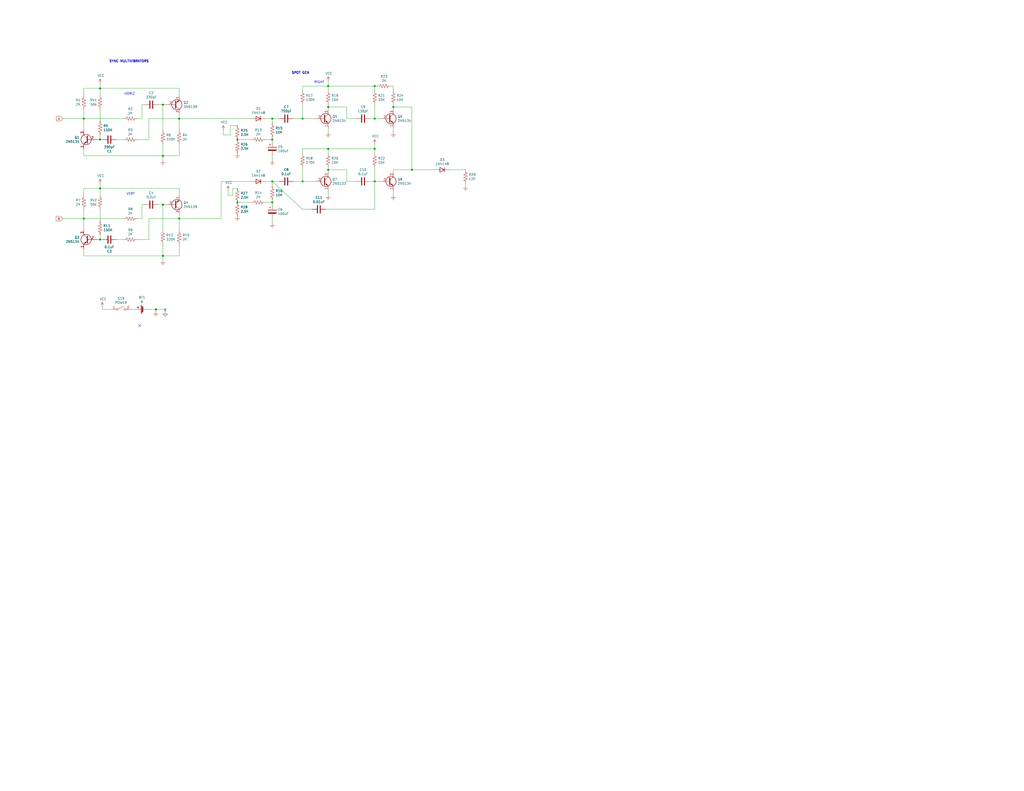
<source format=kicad_sch>
(kicad_sch (version 20211123) (generator eeschema)
  (paper "C")
  (title_block (title "Brown Box - Baer Board") (rev "A") (company "Original by Ralph Baer / Sanders Associates") (comment 1 "Redrawn by Frank Palazzolo"))
  (lib_symbols
    (symbol "Device:Battery_Cell" (pin_numbers hide) (pin_names (offset 0) hide)
      (property "Reference" "BT" (at 2.54 2.54 0))
      (property "Value" "Battery_Cell" (at 2.54 0 0))
      (symbol "Battery_Cell_0_1"
        (rectangle (start -2.286 1.778) (end 2.286 1.524) (fill (type outline)))
        (rectangle (start -1.5748 1.1938) (end 1.4732 0.6858) (fill (type outline)))
        (polyline (pts (xy 0 0.762) (xy 0 0)))
        (polyline (pts (xy 0 1.778) (xy 0 2.54)))
        (polyline (pts (xy 0.508 3.429) (xy 1.524 3.429)) (stroke (width 0.254)))
        (polyline (pts (xy 1.016 3.937) (xy 1.016 2.921)) (stroke (width 0.254)))
      )
      (symbol "Battery_Cell_1_1"
        (pin passive line (at 0 5.08 270) (length 2.54) (name "+") (number "1"))
        (pin passive line (at 0 -2.54 90) (length 2.54) (name "-") (number "2"))
      )
    )
    (symbol "Device:C" (pin_numbers hide) (pin_names (offset 0.254))
      (property "Reference" "C" (at 0.635 2.54 0))
      (property "Value" "C" (at 0.635 -2.54 0))
      (symbol "C_0_1"
        (polyline (pts (xy -2.032 -0.762) (xy 2.032 -0.762)) (stroke (width 0.508)))
        (polyline (pts (xy -2.032 0.762) (xy 2.032 0.762)) (stroke (width 0.508)))
      )
      (symbol "C_1_1"
        (pin passive line (at 0 3.81 270) (length 2.794) (name "~") (number "1"))
        (pin passive line (at 0 -3.81 90) (length 2.794) (name "~") (number "2"))
      )
    )
    (symbol "Device:CP" (pin_numbers hide) (pin_names (offset 0.254))
      (property "Reference" "C" (at 0.635 2.54 0))
      (property "Value" "Device_CP" (at 0.635 -2.54 0))
      (symbol "CP_0_1"
        (rectangle (start -2.286 0.508) (end 2.286 1.016))
        (polyline (pts (xy -1.778 2.286) (xy -0.762 2.286)))
        (polyline (pts (xy -1.27 2.794) (xy -1.27 1.778)))
        (rectangle (start 2.286 -0.508) (end -2.286 -1.016) (fill (type outline)))
      )
      (symbol "CP_1_1"
        (pin passive line (at 0 3.81 270) (length 2.794) (name "~") (number "1"))
        (pin passive line (at 0 -3.81 90) (length 2.794) (name "~") (number "2"))
      )
    )
    (symbol "Device:R_US" (pin_numbers hide) (pin_names (offset 0))
      (property "Reference" "R" (at 2.54 0 90))
      (property "Value" "R_US" (at -2.54 0 90))
      (symbol "R_US_0_1"
        (polyline (pts (xy 0 -2.286) (xy 0 -2.54)))
        (polyline (pts (xy 0 2.286) (xy 0 2.54)))
        (polyline (pts (xy 0 -0.762) (xy 1.016 -1.143) (xy 0 -1.524) (xy -1.016 -1.905) (xy 0 -2.286)))
        (polyline (pts (xy 0 0.762) (xy 1.016 0.381) (xy 0 0) (xy -1.016 -0.381) (xy 0 -0.762)))
        (polyline (pts (xy 0 2.286) (xy 1.016 1.905) (xy 0 1.524) (xy -1.016 1.143) (xy 0 0.762)))
      )
      (symbol "R_US_1_1"
        (pin passive line (at 0 3.81 270) (length 1.27) (name "~") (number "1"))
        (pin passive line (at 0 -3.81 90) (length 1.27) (name "~") (number "2"))
      )
    )
    (symbol "Diode:1N4148" (pin_numbers hide) (pin_names (offset 1.016) hide)
      (property "Reference" "D" (at 0 2.54 0))
      (property "Value" "1N4148" (at 0 -2.54 0))
      (symbol "1N4148_0_1"
        (polyline (pts (xy -1.27 1.27) (xy -1.27 -1.27)) (stroke (width 0.254)))
        (polyline (pts (xy 1.27 0) (xy -1.27 0)))
        (polyline (pts (xy 1.27 1.27) (xy 1.27 -1.27) (xy -1.27 0) (xy 1.27 1.27)) (stroke (width 0.254)))
      )
      (symbol "1N4148_1_1"
        (pin passive line (at -3.81 0 0) (length 2.54) (name "K") (number "1"))
        (pin passive line (at 3.81 0 180) (length 2.54) (name "A") (number "2"))
      )
    )
    (symbol "Switch:SW_SPST" (pin_names (offset 0) hide)
      (property "Reference" "SW" (at 0 3.175 0))
      (property "Value" "SW_SPST" (at 0 -2.54 0))
      (symbol "SW_SPST_0_0"
        (circle (center -2.032 0) (radius 0.508))
        (polyline (pts (xy -1.524 0.254) (xy 1.524 1.778)))
        (circle (center 2.032 0) (radius 0.508))
      )
      (symbol "SW_SPST_1_1"
        (pin passive line (at -5.08 0 0) (length 2.54) (name "A") (number "1"))
        (pin passive line (at 5.08 0 180) (length 2.54) (name "B") (number "2"))
      )
    )
    (symbol "Transistor_BJT:2N5133" (pin_names (offset 0) hide)
      (property "Reference" "Q" (at 5.08 1.905 0))
      (property "Value" "2N5133" (at 5.08 0 0))
      (symbol "2N5133_0_1"
        (polyline (pts (xy 0.635 0.635) (xy 2.54 2.54)))
        (polyline (pts (xy 0.635 -0.635) (xy 2.54 -2.54) (xy 2.54 -2.54)))
        (polyline (pts (xy 0.635 1.905) (xy 0.635 -1.905) (xy 0.635 -1.905)) (stroke (width 0.508)))
        (polyline (pts (xy 1.27 -1.778) (xy 1.778 -1.27) (xy 2.286 -2.286) (xy 1.27 -1.778) (xy 1.27 -1.778)) (fill (type outline)))
        (circle (center 1.27 0) (radius 2.8194) (stroke (width 0.254)))
      )
      (symbol "2N5133_1_1"
        (pin passive line (at 2.54 -5.08 90) (length 2.54) (name "E") (number "1"))
        (pin passive line (at -5.08 0 0) (length 5.715) (name "B") (number "2"))
        (pin passive line (at 2.54 5.08 270) (length 2.54) (name "C") (number "3"))
      )
    )
    (symbol "Transistor_BJT:2N5134" (pin_names (offset 0) hide)
      (property "Reference" "Q" (at 5.08 1.905 0))
      (property "Value" "2N5134" (at 5.08 0 0))
      (symbol "2N5134_0_1"
        (polyline (pts (xy 0.635 0.635) (xy 2.54 2.54)))
        (polyline (pts (xy 0.635 -0.635) (xy 2.54 -2.54) (xy 2.54 -2.54)))
        (polyline (pts (xy 0.635 1.905) (xy 0.635 -1.905) (xy 0.635 -1.905)) (stroke (width 0.508)))
        (polyline (pts (xy 1.27 -1.778) (xy 1.778 -1.27) (xy 2.286 -2.286) (xy 1.27 -1.778) (xy 1.27 -1.778)) (fill (type outline)))
        (circle (center 1.27 0) (radius 2.8194) (stroke (width 0.254)))
      )
      (symbol "2N5134_1_1"
        (pin passive line (at 2.54 -5.08 90) (length 2.54) (name "E") (number "1"))
        (pin passive line (at -5.08 0 0) (length 5.715) (name "B") (number "2"))
        (pin passive line (at 2.54 5.08 270) (length 2.54) (name "C") (number "3"))
      )
    )
    (symbol "Transistor_BJT:2N5139" (pin_names (offset 0) hide)
      (property "Reference" "Q" (at 5.08 1.905 0))
      (property "Value" "2N5139" (at 5.08 0 0))
      (symbol "2N5139_0_1"
        (polyline (pts (xy 0.635 0.635) (xy 2.54 2.54)))
        (polyline (pts (xy 0.635 -0.635) (xy 2.54 -2.54) (xy 2.54 -2.54)))
        (polyline (pts (xy 0.635 1.905) (xy 0.635 -1.905) (xy 0.635 -1.905)) (stroke (width 0.508)))
        (polyline (pts (xy 2.286 -1.778) (xy 1.778 -2.286) (xy 1.27 -1.27) (xy 2.286 -1.778) (xy 2.286 -1.778)) (fill (type outline)))
        (circle (center 1.27 0) (radius 2.8194) (stroke (width 0.254)))
      )
      (symbol "2N5139_1_1"
        (pin passive line (at 2.54 -5.08 90) (length 2.54) (name "E") (number "1"))
        (pin input line (at -5.08 0 0) (length 5.715) (name "B") (number "2"))
        (pin passive line (at 2.54 5.08 270) (length 2.54) (name "C") (number "3"))
      )
    )
    (symbol "power:GND_US" (power) (pin_names (offset 0))
      (symbol "GND_US_0_1"
        (polyline (pts (xy -0.635 -1.905) (xy 0.635 -1.905)))
        (polyline (pts (xy -0.127 -2.54) (xy 0.127 -2.54)))
        (polyline (pts (xy 0 -1.27) (xy 0 0)))
        (polyline (pts (xy 1.27 -1.27) (xy -1.27 -1.27)))
      )
      (symbol "GND_US_1_1"
        (pin power_in line (at 0 0 270) (length 0) hide (name "GNDREF") (number "1"))
      )
    )
    (symbol "power:VCC" (power) (pin_names (offset 0))
      (property "Value" "VCC" (at 0 3.81 0))
      (symbol "VCC_0_1"
        (polyline (pts (xy -0.762 1.27) (xy 0 2.54)))
        (polyline (pts (xy 0 0) (xy 0 2.54)))
        (polyline (pts (xy 0 2.54) (xy 0.762 1.27)))
      )
      (symbol "VCC_1_1"
        (pin power_in line (at 0 0 90) (length 0) hide (name "VCC") (number "1"))
      )
    )
    (symbol "pspice:0" (power) (pin_names (offset 0))
      (property "Value" "0" (at 0 -1.778 0))
      (symbol "0_0_1"
        (polyline (pts (xy -1.27 0) (xy 0 -1.27) (xy 1.27 0) (xy -1.27 0)))
      )
      (symbol "0_1_1"
        (pin power_in line (at 0 0 0) (length 0) hide (name "0") (number "1"))
      )
    )
  )
  (junction (at 148.59 76.2))
  (junction (at 179.07 81.28))
  (junction (at 204.47 99.06))
  (junction (at 54.61 48.26))
  (junction (at 88.9 85.09))
  (junction (at 97.79 119.38))
  (junction (at 204.47 64.77))
  (junction (at 148.59 64.77))
  (junction (at 165.1 99.06))
  (junction (at 165.1 64.77))
  (junction (at 129.54 110.49))
  (junction (at 88.9 111.76))
  (junction (at 54.61 102.87))
  (junction (at 148.59 110.49))
  (junction (at 45.72 119.38))
  (junction (at 54.61 130.81))
  (junction (at 88.9 139.7))
  (junction (at 85.09 168.91))
  (junction (at 179.07 92.71))
  (junction (at 179.07 58.42))
  (junction (at 97.79 64.77))
  (junction (at 129.54 76.2))
  (junction (at 179.07 46.99))
  (junction (at 204.47 81.28))
  (junction (at 45.72 64.77))
  (junction (at 224.79 92.71))
  (junction (at 88.9 57.15))
  (junction (at 54.61 76.2))
  (junction (at 214.63 58.42))
  (junction (at 148.59 99.06))
  (junction (at 204.47 46.99))
  (no_connect (at 76.2 177.8))
  (wire (pts (xy 144.78 64.77) (xy 148.59 64.77)))
  (wire (pts (xy 214.63 46.99) (xy 214.63 49.53)))
  (wire (pts (xy 73.66 168.91) (xy 71.12 168.91)))
  (wire (pts (xy 54.61 48.26) (xy 45.72 48.26)))
  (wire (pts (xy 124.46 106.68) (xy 127 106.68)))
  (wire (pts (xy 81.28 168.91) (xy 85.09 168.91)))
  (wire (pts (xy 165.1 49.53) (xy 165.1 46.99)))
  (wire (pts (xy 88.9 125.73) (xy 88.9 111.76)))
  (wire (pts (xy 81.28 119.38) (xy 81.28 130.81)))
  (wire (pts (xy 204.47 57.15) (xy 204.47 64.77)))
  (wire (pts (xy 55.88 167.64) (xy 55.88 168.91)))
  (wire (pts (xy 45.72 139.7) (xy 88.9 139.7)))
  (wire (pts (xy 171.45 99.06) (xy 165.1 99.06)))
  (wire (pts (xy 54.61 102.87) (xy 45.72 102.87)))
  (wire (pts (xy 179.07 69.85) (xy 179.07 72.39)))
  (wire (pts (xy 45.72 64.77) (xy 34.29 64.77)))
  (wire (pts (xy 97.79 133.35) (xy 97.79 139.7)))
  (wire (pts (xy 148.59 64.77) (xy 152.4 64.77)))
  (wire (pts (xy 125.73 73.66) (xy 125.73 68.58)))
  (wire (pts (xy 45.72 81.28) (xy 45.72 85.09)))
  (wire (pts (xy 204.47 99.06) (xy 201.93 99.06)))
  (wire (pts (xy 77.47 119.38) (xy 77.47 111.76)))
  (wire (pts (xy 77.47 64.77) (xy 77.47 57.15)))
  (wire (pts (xy 45.72 48.26) (xy 45.72 52.07)))
  (wire (pts (xy 224.79 58.42) (xy 224.79 92.71)))
  (wire (pts (xy 160.02 64.77) (xy 165.1 64.77)))
  (wire (pts (xy 137.16 64.77) (xy 97.79 64.77)))
  (wire (pts (xy 179.07 91.44) (xy 179.07 92.71)))
  (wire (pts (xy 54.61 59.69) (xy 54.61 66.04)))
  (wire (pts (xy 245.11 92.71) (xy 254 92.71)))
  (wire (pts (xy 74.93 64.77) (xy 77.47 64.77)))
  (wire (pts (xy 204.47 46.99) (xy 205.74 46.99)))
  (wire (pts (xy 55.88 168.91) (xy 60.96 168.91)))
  (wire (pts (xy 97.79 139.7) (xy 88.9 139.7)))
  (wire (pts (xy 54.61 48.26) (xy 97.79 48.26)))
  (wire (pts (xy 179.07 57.15) (xy 179.07 58.42)))
  (wire (pts (xy 189.23 64.77) (xy 189.23 58.42)))
  (wire (pts (xy 45.72 119.38) (xy 34.29 119.38)))
  (wire (pts (xy 55.88 130.81) (xy 54.61 130.81)))
  (wire (pts (xy 88.9 71.12) (xy 88.9 57.15)))
  (wire (pts (xy 54.61 73.66) (xy 54.61 76.2)))
  (wire (pts (xy 67.31 130.81) (xy 63.5 130.81)))
  (wire (pts (xy 224.79 92.71) (xy 237.49 92.71)))
  (wire (pts (xy 88.9 133.35) (xy 88.9 139.7)))
  (wire (pts (xy 86.36 57.15) (xy 88.9 57.15)))
  (wire (pts (xy 214.63 58.42) (xy 214.63 59.69)))
  (wire (pts (xy 204.47 99.06) (xy 204.47 91.44)))
  (wire (pts (xy 129.54 76.2) (xy 137.16 76.2)))
  (wire (pts (xy 54.61 114.3) (xy 54.61 120.65)))
  (wire (pts (xy 121.92 71.12) (xy 121.92 73.66)))
  (wire (pts (xy 97.79 106.68) (xy 97.79 102.87)))
  (wire (pts (xy 90.17 168.91) (xy 85.09 168.91)))
  (wire (pts (xy 204.47 114.3) (xy 204.47 99.06)))
  (wire (pts (xy 45.72 64.77) (xy 45.72 59.69)))
  (wire (pts (xy 77.47 111.76) (xy 78.74 111.76)))
  (wire (pts (xy 67.31 119.38) (xy 45.72 119.38)))
  (wire (pts (xy 97.79 78.74) (xy 97.79 85.09)))
  (wire (pts (xy 86.36 111.76) (xy 88.9 111.76)))
  (wire (pts (xy 179.07 44.45) (xy 179.07 46.99)))
  (wire (pts (xy 214.63 92.71) (xy 214.63 93.98)))
  (wire (pts (xy 148.59 101.6) (xy 148.59 99.06)))
  (wire (pts (xy 97.79 85.09) (xy 88.9 85.09)))
  (wire (pts (xy 152.4 99.06) (xy 148.59 99.06)))
  (wire (pts (xy 204.47 49.53) (xy 204.47 46.99)))
  (wire (pts (xy 214.63 58.42) (xy 224.79 58.42)))
  (wire (pts (xy 88.9 85.09) (xy 88.9 87.63)))
  (wire (pts (xy 148.59 99.06) (xy 165.1 114.3)))
  (wire (pts (xy 165.1 57.15) (xy 165.1 64.77)))
  (wire (pts (xy 204.47 83.82) (xy 204.47 81.28)))
  (wire (pts (xy 137.16 99.06) (xy 120.65 99.06)))
  (wire (pts (xy 54.61 100.33) (xy 54.61 102.87)))
  (wire (pts (xy 129.54 110.49) (xy 137.16 110.49)))
  (wire (pts (xy 177.8 114.3) (xy 204.47 114.3)))
  (wire (pts (xy 97.79 102.87) (xy 54.61 102.87)))
  (wire (pts (xy 45.72 85.09) (xy 88.9 85.09)))
  (wire (pts (xy 88.9 57.15) (xy 90.17 57.15)))
  (wire (pts (xy 54.61 102.87) (xy 54.61 106.68)))
  (wire (pts (xy 179.07 81.28) (xy 165.1 81.28)))
  (wire (pts (xy 148.59 119.38) (xy 148.59 121.92)))
  (wire (pts (xy 124.46 104.14) (xy 124.46 106.68)))
  (wire (pts (xy 207.01 64.77) (xy 204.47 64.77)))
  (wire (pts (xy 81.28 130.81) (xy 74.93 130.81)))
  (wire (pts (xy 179.07 58.42) (xy 179.07 59.69)))
  (wire (pts (xy 189.23 99.06) (xy 189.23 92.71)))
  (wire (pts (xy 254 101.6) (xy 254 100.33)))
  (wire (pts (xy 204.47 78.74) (xy 204.47 81.28)))
  (wire (pts (xy 55.88 76.2) (xy 54.61 76.2)))
  (wire (pts (xy 54.61 48.26) (xy 54.61 52.07)))
  (wire (pts (xy 88.9 78.74) (xy 88.9 85.09)))
  (wire (pts (xy 165.1 64.77) (xy 171.45 64.77)))
  (wire (pts (xy 127 102.87) (xy 129.54 102.87)))
  (wire (pts (xy 160.02 99.06) (xy 165.1 99.06)))
  (wire (pts (xy 85.09 168.91) (xy 85.09 170.18)))
  (wire (pts (xy 120.65 119.38) (xy 97.79 119.38)))
  (wire (pts (xy 54.61 130.81) (xy 53.34 130.81)))
  (wire (pts (xy 88.9 111.76) (xy 90.17 111.76)))
  (wire (pts (xy 214.63 69.85) (xy 214.63 72.39)))
  (wire (pts (xy 148.59 99.06) (xy 144.78 99.06)))
  (wire (pts (xy 97.79 119.38) (xy 81.28 119.38)))
  (wire (pts (xy 67.31 64.77) (xy 45.72 64.77)))
  (wire (pts (xy 45.72 71.12) (xy 45.72 64.77)))
  (wire (pts (xy 224.79 92.71) (xy 214.63 92.71)))
  (wire (pts (xy 179.07 104.14) (xy 179.07 106.68)))
  (wire (pts (xy 45.72 119.38) (xy 45.72 114.3)))
  (wire (pts (xy 88.9 139.7) (xy 88.9 142.24)))
  (wire (pts (xy 45.72 125.73) (xy 45.72 119.38)))
  (wire (pts (xy 179.07 49.53) (xy 179.07 46.99)))
  (wire (pts (xy 81.28 76.2) (xy 74.93 76.2)))
  (wire (pts (xy 120.65 99.06) (xy 120.65 119.38)))
  (wire (pts (xy 148.59 110.49) (xy 148.59 111.76)))
  (wire (pts (xy 207.01 99.06) (xy 204.47 99.06)))
  (wire (pts (xy 127 106.68) (xy 127 102.87)))
  (wire (pts (xy 148.59 76.2) (xy 148.59 77.47)))
  (wire (pts (xy 148.59 74.93) (xy 148.59 76.2)))
  (wire (pts (xy 97.79 62.23) (xy 97.79 64.77)))
  (wire (pts (xy 194.31 64.77) (xy 189.23 64.77)))
  (wire (pts (xy 148.59 85.09) (xy 148.59 87.63)))
  (wire (pts (xy 144.78 76.2) (xy 148.59 76.2)))
  (wire (pts (xy 97.79 52.07) (xy 97.79 48.26)))
  (wire (pts (xy 67.31 76.2) (xy 63.5 76.2)))
  (wire (pts (xy 179.07 46.99) (xy 204.47 46.99)))
  (wire (pts (xy 144.78 110.49) (xy 148.59 110.49)))
  (wire (pts (xy 45.72 102.87) (xy 45.72 106.68)))
  (wire (pts (xy 97.79 64.77) (xy 97.79 71.12)))
  (wire (pts (xy 54.61 76.2) (xy 53.34 76.2)))
  (wire (pts (xy 97.79 116.84) (xy 97.79 119.38)))
  (wire (pts (xy 214.63 57.15) (xy 214.63 58.42)))
  (wire (pts (xy 97.79 119.38) (xy 97.79 125.73)))
  (wire (pts (xy 189.23 92.71) (xy 179.07 92.71)))
  (wire (pts (xy 204.47 81.28) (xy 179.07 81.28)))
  (wire (pts (xy 77.47 57.15) (xy 78.74 57.15)))
  (wire (pts (xy 165.1 99.06) (xy 165.1 91.44)))
  (wire (pts (xy 81.28 64.77) (xy 81.28 76.2)))
  (wire (pts (xy 213.36 46.99) (xy 214.63 46.99)))
  (wire (pts (xy 54.61 45.72) (xy 54.61 48.26)))
  (wire (pts (xy 165.1 81.28) (xy 165.1 83.82)))
  (wire (pts (xy 194.31 99.06) (xy 189.23 99.06)))
  (wire (pts (xy 204.47 64.77) (xy 201.93 64.77)))
  (wire (pts (xy 90.17 171.45) (xy 90.17 168.91)))
  (wire (pts (xy 121.92 73.66) (xy 125.73 73.66)))
  (wire (pts (xy 214.63 104.14) (xy 214.63 106.68)))
  (wire (pts (xy 179.07 81.28) (xy 179.07 83.82)))
  (wire (pts (xy 97.79 64.77) (xy 81.28 64.77)))
  (wire (pts (xy 165.1 114.3) (xy 170.18 114.3)))
  (wire (pts (xy 74.93 119.38) (xy 77.47 119.38)))
  (wire (pts (xy 45.72 135.89) (xy 45.72 139.7)))
  (wire (pts (xy 54.61 128.27) (xy 54.61 130.81)))
  (wire (pts (xy 165.1 46.99) (xy 179.07 46.99)))
  (wire (pts (xy 148.59 109.22) (xy 148.59 110.49)))
  (wire (pts (xy 189.23 58.42) (xy 179.07 58.42)))
  (wire (pts (xy 125.73 68.58) (xy 129.54 68.58)))
  (wire (pts (xy 148.59 67.31) (xy 148.59 64.77)))
  (wire (pts (xy 179.07 92.71) (xy 179.07 93.98)))
  (text "VERT" (at 73.66 106.68 180) (effects (font (size 1.27 1.27)) (justify right bottom)))
  (text "HORIZ" (at 73.66 52.07 180) (effects (font (size 1.27 1.27)) (justify right bottom)))
  (text "RIGHT" (at 171.45 45.72 0) (effects (font (size 1.27 1.27)) (justify left bottom)))
  (text "SYNC MULTIVIBRATORS" (at 81.28 34.29 180) (effects (font (size 1.27 1.27) (thickness 0.254) bold) (justify right bottom)))
  (text "SPOT GEN" (at 168.91 40.64 180) (effects (font (size 1.27 1.27) (thickness 0.254) bold) (justify right bottom)))
  (global_label "A" (shape input) (at 34.29 64.77 180) (property "Intersheet References" "${INTERSHEET_REFS}" (effects hide)))
  (global_label "B" (shape input) (at 34.29 119.38 180) (property "Intersheet References" "${INTERSHEET_REFS}" (effects hide)))
  (symbol (lib_id "Device:R_US") (at 45.72 55.88 0) (mirror x) (unit 1)
    (property "Reference" "R1" (at 43.9928 54.7116 0) (effects (justify right)))
    (property "Value" "2K" (at 43.9928 57.023 0) (effects (justify right)))
    (property "Footprint" "Resistor_THT:R_Axial_DIN0207_L6.3mm_D2.5mm_P7.62mm_Horizontal" (effects hide))
  )
  (symbol (lib_id "Device:R_US") (at 54.61 69.85 0) (unit 1)
    (property "Reference" "R5" (at 56.3372 68.6816 0) (effects (justify left)))
    (property "Value" "150K" (at 56.3372 70.993 0) (effects (justify left)))
    (property "Footprint" "Resistor_THT:R_Axial_DIN0207_L6.3mm_D2.5mm_P7.62mm_Horizontal" (effects hide))
  )
  (symbol (lib_id "Device:R_US") (at 88.9 74.93 0) (unit 1)
    (property "Reference" "R6" (at 90.6272 73.7616 0) (effects (justify left)))
    (property "Value" "220K" (at 90.6272 76.073 0) (effects (justify left)))
    (property "Footprint" "Resistor_THT:R_Axial_DIN0207_L6.3mm_D2.5mm_P7.62mm_Horizontal" (effects hide))
  )
  (symbol (lib_id "Device:C") (at 59.69 76.2 90) (unit 1)
    (property "Reference" "C1" (at 59.69 82.6008 90))
    (property "Value" "390pF" (at 59.69 80.2894 90))
    (property "Footprint" "Capacitor_THT:C_Disc_D5.0mm_W2.5mm_P5.00mm" (effects hide))
  )
  (symbol (lib_id "Device:C") (at 82.55 57.15 270) (unit 1)
    (property "Reference" "C2" (at 82.55 50.7492 90))
    (property "Value" "330pF" (at 82.55 53.0606 90))
    (property "Footprint" "Capacitor_THT:C_Disc_D5.0mm_W2.5mm_P2.50mm" (effects hide))
  )
  (symbol (lib_id "Device:R_US") (at 71.12 64.77 270) (unit 1)
    (property "Reference" "R2" (at 71.12 59.563 90))
    (property "Value" "2K" (at 71.12 61.8744 90))
    (property "Footprint" "Resistor_THT:R_Axial_DIN0207_L6.3mm_D2.5mm_P7.62mm_Horizontal" (effects hide))
  )
  (symbol (lib_id "Device:R_US") (at 140.97 76.2 90) (unit 1)
    (property "Reference" "R13" (at 140.97 70.993 90))
    (property "Value" "2K" (at 140.97 73.3044 90))
    (property "Footprint" "Resistor_THT:R_Axial_DIN0207_L6.3mm_D2.5mm_P7.62mm_Horizontal" (effects hide))
  )
  (symbol (lib_id "Device:R_US") (at 140.97 110.49 90) (unit 1)
    (property "Reference" "R14" (at 140.97 105.283 90))
    (property "Value" "2K" (at 140.97 107.5944 90))
    (property "Footprint" "Resistor_THT:R_Axial_DIN0207_L6.3mm_D2.5mm_P7.62mm_Horizontal" (effects hide))
  )
  (symbol (lib_id "Device:R_US") (at 45.72 110.49 0) (mirror x) (unit 1)
    (property "Reference" "R7" (at 43.9928 109.3216 0) (effects (justify right)))
    (property "Value" "2K" (at 43.9928 111.633 0) (effects (justify right)))
    (property "Footprint" "Resistor_THT:R_Axial_DIN0207_L6.3mm_D2.5mm_P7.62mm_Horizontal" (effects hide))
  )
  (symbol (lib_id "Device:R_US") (at 97.79 129.54 0) (unit 1)
    (property "Reference" "R10" (at 99.5172 128.3716 0) (effects (justify left)))
    (property "Value" "2K" (at 99.5172 130.683 0) (effects (justify left)))
    (property "Footprint" "Resistor_THT:R_Axial_DIN0207_L6.3mm_D2.5mm_P7.62mm_Horizontal" (effects hide))
  )
  (symbol (lib_id "Transistor_BJT:2N5134") (at 48.26 130.81 0) (mirror y) (unit 1)
    (property "Reference" "Q3" (at 43.4086 129.6416 0) (effects (justify left)))
    (property "Value" "2N5134" (at 43.4086 131.953 0) (effects (justify left)))
    (property "Footprint" "Package_TO_SOT_THT:TO-92_Inline" (effects hide))
    (property "Datasheet" "https://www.onsemi.com/pub/Collateral/2N3903-D.PDF" (effects hide))
    (property "Spice_Primitive" "Q" (effects hide))
    (property "Spice_Model" "Q2N5134" (effects hide))
    (property "Spice_Netlist_Enabled" "Y" (effects hide))
    (property "Spice_Lib_File" "2N5134.lib" (effects hide))
    (property "Spice_Node_Sequence" "3 2 1" (effects hide))
  )
  (symbol (lib_id "Device:R_US") (at 54.61 110.49 0) (unit 1)
    (property "Reference" "RV2" (at 52.9082 109.3216 0) (effects (justify right)))
    (property "Value" "50k" (at 52.9082 111.633 0) (effects (justify right)))
    (property "Footprint" "Potentiometer_THT:Potentiometer_Bourns_3266W_Vertical" (effects hide))
    (property "Spice_Primitive" "R" (effects hide))
    (property "Spice_Model" "50k" (effects hide))
    (property "Spice_Netlist_Enabled" "Y" (effects hide))
  )
  (symbol (lib_id "Device:R_US") (at 54.61 124.46 0) (unit 1)
    (property "Reference" "R11" (at 56.3372 123.2916 0) (effects (justify left)))
    (property "Value" "150K" (at 56.3372 125.603 0) (effects (justify left)))
    (property "Footprint" "Resistor_THT:R_Axial_DIN0207_L6.3mm_D2.5mm_P7.62mm_Horizontal" (effects hide))
  )
  (symbol (lib_id "power:VCC") (at 54.61 100.33 0) (unit 1)
    (property "Reference" "#PWR0103" (effects hide))
    (property "Value" "VCC" (at 54.991 95.9358 0))
  )
  (symbol (lib_id "power:GND_US") (at 88.9 142.24 0) (unit 1)
    (property "Reference" "#PWR0104" (effects hide))
    (property "Value" "GND_US" (effects hide))
  )
  (symbol (lib_id "Diode:1N4148") (at 140.97 64.77 180) (unit 1)
    (property "Reference" "D1" (at 140.97 59.2582 0))
    (property "Value" "1N4148" (at 140.97 61.5696 0))
    (property "Footprint" "Diode_THT:D_DO-35_SOD27_P7.62mm_Horizontal" (effects hide))
    (property "Datasheet" "https://assets.nexperia.com/documents/data-sheet/1N4148_1N4448.pdf" (effects hide))
    (property "Spice_Primitive" "D" (effects hide))
    (property "Spice_Model" "1N4148WS" (effects hide))
    (property "Spice_Netlist_Enabled" "Y" (effects hide))
    (property "Spice_Lib_File" "1n4148.lib" (effects hide))
    (property "Spice_Node_Sequence" "2 1" (effects hide))
  )
  (symbol (lib_id "Device:R_US") (at 148.59 71.12 0) (unit 1)
    (property "Reference" "R15" (at 150.3172 69.9516 0) (effects (justify left)))
    (property "Value" "10K" (at 150.3172 72.263 0) (effects (justify left)))
    (property "Footprint" "Resistor_THT:R_Axial_DIN0207_L6.3mm_D2.5mm_P7.62mm_Horizontal" (effects hide))
  )
  (symbol (lib_id "Device:CP") (at 148.59 81.28 0) (unit 1)
    (property "Reference" "C5" (at 151.5872 80.1116 0) (effects (justify left)))
    (property "Value" "100uF" (at 151.5872 82.423 0) (effects (justify left)))
  )
  (symbol (lib_id "power:GND_US") (at 148.59 87.63 0) (unit 1)
    (property "Reference" "#PWR0105" (effects hide))
    (property "Value" "GND_US" (effects hide))
  )
  (symbol (lib_id "Device:C") (at 156.21 64.77 90) (unit 1)
    (property "Reference" "C7" (at 156.21 58.3692 90))
    (property "Value" "750pF" (at 156.21 60.6806 90))
  )
  (symbol (lib_id "Device:R_US") (at 165.1 53.34 0) (unit 1)
    (property "Reference" "R17" (at 166.8272 52.1716 0) (effects (justify left)))
    (property "Value" "130K" (at 166.8272 54.483 0) (effects (justify left)))
    (property "Footprint" "Resistor_THT:R_Axial_DIN0207_L6.3mm_D2.5mm_P7.62mm_Horizontal" (effects hide))
  )
  (symbol (lib_id "Diode:1N4148") (at 140.97 99.06 180) (unit 1)
    (property "Reference" "D2" (at 140.97 93.5482 0))
    (property "Value" "1N4148" (at 140.97 95.8596 0))
    (property "Footprint" "Diode_THT:D_DO-35_SOD27_P7.62mm_Horizontal" (effects hide))
    (property "Datasheet" "https://assets.nexperia.com/documents/data-sheet/1N4148_1N4448.pdf" (effects hide))
    (property "Spice_Primitive" "D" (effects hide))
    (property "Spice_Model" "1N4148WS" (effects hide))
    (property "Spice_Netlist_Enabled" "Y" (effects hide))
    (property "Spice_Node_Sequence" "2 1" (effects hide))
    (property "Spice_Lib_File" "1n4148.lib" (effects hide))
  )
  (symbol (lib_id "Device:R_US") (at 148.59 105.41 0) (unit 1)
    (property "Reference" "R16" (at 150.3172 104.2416 0) (effects (justify left)))
    (property "Value" "10K" (at 150.3172 106.553 0) (effects (justify left)))
    (property "Footprint" "Resistor_THT:R_Axial_DIN0207_L6.3mm_D2.5mm_P7.62mm_Horizontal" (effects hide))
  )
  (symbol (lib_id "Device:CP") (at 148.59 115.57 0) (unit 1)
    (property "Reference" "C6" (at 151.5872 114.4016 0) (effects (justify left)))
    (property "Value" "100uF" (at 151.5872 116.713 0) (effects (justify left)))
  )
  (symbol (lib_id "power:GND_US") (at 148.59 121.92 0) (unit 1)
    (property "Reference" "#PWR0106" (effects hide))
    (property "Value" "GND_US" (effects hide))
  )
  (symbol (lib_id "Device:C") (at 156.21 99.06 90) (unit 1)
    (property "Reference" "C8" (at 156.21 92.6592 90))
    (property "Value" "0.1uF" (at 156.21 94.9706 90))
  )
  (symbol (lib_id "Device:R_US") (at 165.1 87.63 0) (unit 1)
    (property "Reference" "R18" (at 166.8272 86.4616 0) (effects (justify left)))
    (property "Value" "270K" (at 166.8272 88.773 0) (effects (justify left)))
    (property "Footprint" "Resistor_THT:R_Axial_DIN0207_L6.3mm_D2.5mm_P7.62mm_Horizontal" (effects hide))
  )
  (symbol (lib_id "Transistor_BJT:2N5134") (at 176.53 64.77 0) (unit 1)
    (property "Reference" "Q5" (at 181.356 63.6016 0) (effects (justify left)))
    (property "Value" "2N5134" (at 181.356 65.913 0) (effects (justify left)))
    (property "Footprint" "Package_TO_SOT_THT:TO-92_Inline" (effects hide))
    (property "Datasheet" "https://www.onsemi.com/pub/Collateral/2N3903-D.PDF" (effects hide))
    (property "Spice_Primitive" "Q" (effects hide))
    (property "Spice_Model" "2N3904" (effects hide))
    (property "Spice_Netlist_Enabled" "Y" (effects hide))
    (property "Spice_Node_Sequence" "3 2 1" (effects hide))
    (property "Spice_Lib_File" "2N3904.lib" (effects hide))
  )
  (symbol (lib_id "Transistor_BJT:2N5134") (at 212.09 64.77 0) (unit 1)
    (property "Reference" "Q6" (at 216.916 63.6016 0) (effects (justify left)))
    (property "Value" "2N5134" (at 216.916 65.913 0) (effects (justify left)))
    (property "Footprint" "Package_TO_SOT_THT:TO-92_Inline" (effects hide))
    (property "Datasheet" "https://www.onsemi.com/pub/Collateral/2N3903-D.PDF" (effects hide))
    (property "Spice_Primitive" "Q" (effects hide))
    (property "Spice_Model" "2N3904" (effects hide))
    (property "Spice_Netlist_Enabled" "Y" (effects hide))
    (property "Spice_Node_Sequence" "3 2 1" (effects hide))
    (property "Spice_Lib_File" "2N3904.lib" (effects hide))
  )
  (symbol (lib_id "Transistor_BJT:2N5134") (at 212.09 99.06 0) (unit 1)
    (property "Reference" "Q8" (at 216.916 97.8916 0) (effects (justify left)))
    (property "Value" "2N5134" (at 216.916 100.203 0) (effects (justify left)))
    (property "Footprint" "Package_TO_SOT_THT:TO-92_Inline" (effects hide))
    (property "Datasheet" "https://www.onsemi.com/pub/Collateral/2N3903-D.PDF" (effects hide))
    (property "Spice_Primitive" "Q" (effects hide))
    (property "Spice_Model" "2N3904" (effects hide))
    (property "Spice_Netlist_Enabled" "Y" (effects hide))
    (property "Spice_Node_Sequence" "3 2 1" (effects hide))
    (property "Spice_Lib_File" "2N3904.lib" (effects hide))
  )
  (symbol (lib_id "Transistor_BJT:2N5133") (at 176.53 99.06 0) (unit 1)
    (property "Reference" "Q7" (at 181.356 97.8916 0) (effects (justify left)))
    (property "Value" "2N5133" (at 181.356 100.203 0) (effects (justify left)))
    (property "Footprint" "Package_TO_SOT_THT:TO-92_Inline" (effects hide))
    (property "Datasheet" "https://www.onsemi.com/pub/Collateral/2N3903-D.PDF" (effects hide))
    (property "Spice_Primitive" "Q" (effects hide))
    (property "Spice_Model" "2N3904" (effects hide))
    (property "Spice_Netlist_Enabled" "Y" (effects hide))
    (property "Spice_Node_Sequence" "3 2 1" (effects hide))
    (property "Spice_Lib_File" "2N3904.lib" (effects hide))
  )
  (symbol (lib_id "Device:C") (at 198.12 64.77 90) (unit 1)
    (property "Reference" "C9" (at 198.12 58.3692 90))
    (property "Value" "130pF" (at 198.12 60.6806 90))
  )
  (symbol (lib_id "Device:C") (at 198.12 99.06 90) (unit 1)
    (property "Reference" "C10" (at 198.12 92.6592 90))
    (property "Value" "0.1uF" (at 198.12 94.9706 90))
  )
  (symbol (lib_id "Device:R_US") (at 179.07 53.34 0) (unit 1)
    (property "Reference" "R19" (at 180.7972 52.1716 0) (effects (justify left)))
    (property "Value" "10K" (at 180.7972 54.483 0) (effects (justify left)))
    (property "Footprint" "Resistor_THT:R_Axial_DIN0207_L6.3mm_D2.5mm_P7.62mm_Horizontal" (effects hide))
  )
  (symbol (lib_id "Device:R_US") (at 214.63 53.34 0) (unit 1)
    (property "Reference" "R24" (at 216.3572 52.1716 0) (effects (justify left)))
    (property "Value" "10K" (at 216.3572 54.483 0) (effects (justify left)))
    (property "Footprint" "Resistor_THT:R_Axial_DIN0207_L6.3mm_D2.5mm_P7.62mm_Horizontal" (effects hide))
  )
  (symbol (lib_id "Device:R_US") (at 204.47 53.34 0) (unit 1)
    (property "Reference" "R21" (at 206.1972 52.1716 0) (effects (justify left)))
    (property "Value" "33K" (at 206.1972 54.483 0) (effects (justify left)))
    (property "Footprint" "Resistor_THT:R_Axial_DIN0207_L6.3mm_D2.5mm_P7.62mm_Horizontal" (effects hide))
  )
  (symbol (lib_id "Device:R_US") (at 179.07 87.63 0) (unit 1)
    (property "Reference" "R20" (at 180.7972 86.4616 0) (effects (justify left)))
    (property "Value" "10K" (at 180.7972 88.773 0) (effects (justify left)))
    (property "Footprint" "Resistor_THT:R_Axial_DIN0207_L6.3mm_D2.5mm_P7.62mm_Horizontal" (effects hide))
  )
  (symbol (lib_id "Device:R_US") (at 204.47 87.63 0) (unit 1)
    (property "Reference" "R22" (at 206.1972 86.4616 0) (effects (justify left)))
    (property "Value" "15K" (at 206.1972 88.773 0) (effects (justify left)))
    (property "Footprint" "Resistor_THT:R_Axial_DIN0207_L6.3mm_D2.5mm_P7.62mm_Horizontal" (effects hide))
  )
  (symbol (lib_id "Device:R_US") (at 209.55 46.99 90) (unit 1)
    (property "Reference" "R23" (at 209.55 41.783 90))
    (property "Value" "2K" (at 209.55 44.0944 90))
    (property "Footprint" "Resistor_THT:R_Axial_DIN0207_L6.3mm_D2.5mm_P7.62mm_Horizontal" (effects hide))
  )
  (symbol (lib_id "power:GND_US") (at 179.07 72.39 0) (unit 1)
    (property "Reference" "#PWR0107" (effects hide))
    (property "Value" "GND_US" (effects hide))
  )
  (symbol (lib_id "power:GND_US") (at 214.63 72.39 0) (unit 1)
    (property "Reference" "#PWR0108" (effects hide))
    (property "Value" "GND_US" (effects hide))
  )
  (symbol (lib_id "power:GND_US") (at 214.63 106.68 0) (unit 1)
    (property "Reference" "#PWR0109" (effects hide))
    (property "Value" "GND_US" (effects hide))
  )
  (symbol (lib_id "power:GND_US") (at 179.07 106.68 0) (unit 1)
    (property "Reference" "#PWR0110" (effects hide))
    (property "Value" "GND_US" (effects hide))
  )
  (symbol (lib_id "Device:C") (at 173.99 114.3 90) (unit 1)
    (property "Reference" "C11" (at 173.99 107.8992 90))
    (property "Value" "0.01uF" (at 173.99 110.2106 90))
  )
  (symbol (lib_id "power:VCC") (at 204.47 78.74 0) (unit 1)
    (property "Reference" "#PWR0111" (effects hide))
    (property "Value" "VCC" (at 204.851 74.3458 0))
  )
  (symbol (lib_id "power:VCC") (at 179.07 44.45 0) (unit 1)
    (property "Reference" "#PWR0112" (effects hide))
    (property "Value" "VCC" (at 179.451 40.0558 0))
  )
  (symbol (lib_id "Device:R_US") (at 97.79 74.93 0) (unit 1)
    (property "Reference" "R4" (at 99.5172 73.7616 0) (effects (justify left)))
    (property "Value" "2K" (at 99.5172 76.073 0) (effects (justify left)))
    (property "Footprint" "Resistor_THT:R_Axial_DIN0207_L6.3mm_D2.5mm_P7.62mm_Horizontal" (effects hide))
  )
  (symbol (lib_id "Device:R_US") (at 71.12 76.2 270) (unit 1)
    (property "Reference" "R3" (at 71.12 70.993 90))
    (property "Value" "2K" (at 71.12 73.3044 90))
    (property "Footprint" "Resistor_THT:R_Axial_DIN0207_L6.3mm_D2.5mm_P7.62mm_Horizontal" (effects hide))
  )
  (symbol (lib_id "Transistor_BJT:2N5134") (at 48.26 76.2 0) (mirror y) (unit 1)
    (property "Reference" "Q1" (at 43.4086 75.0316 0) (effects (justify left)))
    (property "Value" "2N5134" (at 43.4086 77.343 0) (effects (justify left)))
    (property "Footprint" "Package_TO_SOT_THT:TO-92_Inline" (effects hide))
    (property "Datasheet" "https://www.onsemi.com/pub/Collateral/2N3903-D.PDF" (effects hide))
    (property "Spice_Primitive" "Q" (effects hide))
    (property "Spice_Model" "Q2N5134" (effects hide))
    (property "Spice_Netlist_Enabled" "Y" (effects hide))
    (property "Spice_Lib_File" "2N5134.lib" (effects hide))
    (property "Spice_Node_Sequence" "3 2 1" (effects hide))
  )
  (symbol (lib_id "Transistor_BJT:2N5139") (at 95.25 57.15 0) (mirror x) (unit 1)
    (property "Reference" "Q2" (at 100.076 55.9816 0) (effects (justify left)))
    (property "Value" "2N5139" (at 100.076 58.293 0) (effects (justify left)))
    (property "Footprint" "Package_TO_SOT_THT:TO-92_Inline" (effects hide))
    (property "Datasheet" "https://www.onsemi.com/pub/Collateral/2N3906-D.PDF" (effects hide))
    (property "Spice_Primitive" "Q" (effects hide))
    (property "Spice_Model" "Q2N5139" (effects hide))
    (property "Spice_Netlist_Enabled" "Y" (effects hide))
    (property "Spice_Lib_File" "2N5139.lib" (effects hide))
    (property "Spice_Node_Sequence" "3 2 1" (effects hide))
  )
  (symbol (lib_id "Device:R_US") (at 54.61 55.88 0) (unit 1)
    (property "Reference" "RV1" (at 52.9082 54.7116 0) (effects (justify right)))
    (property "Value" "50k" (at 52.9082 57.023 0) (effects (justify right)))
    (property "Footprint" "Potentiometer_THT:Potentiometer_Bourns_3266W_Vertical" (effects hide))
    (property "Spice_Primitive" "R" (effects hide))
    (property "Spice_Model" "50k" (effects hide))
    (property "Spice_Netlist_Enabled" "Y" (effects hide))
  )
  (symbol (lib_id "power:VCC") (at 54.61 45.72 0) (unit 1)
    (property "Reference" "#PWR0101" (effects hide))
    (property "Value" "VCC" (at 54.991 41.3258 0))
  )
  (symbol (lib_id "power:GND_US") (at 88.9 87.63 0) (unit 1)
    (property "Reference" "#PWR0102" (effects hide))
    (property "Value" "GND_US" (effects hide))
  )
  (symbol (lib_id "Device:R_US") (at 88.9 129.54 0) (unit 1)
    (property "Reference" "R12" (at 90.6272 128.3716 0) (effects (justify left)))
    (property "Value" "220K" (at 90.6272 130.683 0) (effects (justify left)))
    (property "Footprint" "Resistor_THT:R_Axial_DIN0207_L6.3mm_D2.5mm_P7.62mm_Horizontal" (effects hide))
  )
  (symbol (lib_id "Device:C") (at 59.69 130.81 90) (unit 1)
    (property "Reference" "C3" (at 59.69 137.2108 90))
    (property "Value" "0.1uF" (at 59.69 134.8994 90))
  )
  (symbol (lib_id "Device:C") (at 82.55 111.76 270) (unit 1)
    (property "Reference" "C4" (at 82.55 105.3592 90))
    (property "Value" "0.2uF" (at 82.55 107.6706 90))
  )
  (symbol (lib_id "Device:R_US") (at 71.12 130.81 270) (unit 1)
    (property "Reference" "R9" (at 71.12 125.603 90))
    (property "Value" "2K" (at 71.12 127.9144 90))
    (property "Footprint" "Resistor_THT:R_Axial_DIN0207_L6.3mm_D2.5mm_P7.62mm_Horizontal" (effects hide))
  )
  (symbol (lib_id "Device:R_US") (at 71.12 119.38 270) (unit 1)
    (property "Reference" "R8" (at 71.12 114.173 90))
    (property "Value" "2K" (at 71.12 116.4844 90))
    (property "Footprint" "Resistor_THT:R_Axial_DIN0207_L6.3mm_D2.5mm_P7.62mm_Horizontal" (effects hide))
  )
  (symbol (lib_id "Transistor_BJT:2N5139") (at 95.25 111.76 0) (mirror x) (unit 1)
    (property "Reference" "Q4" (at 100.076 110.5916 0) (effects (justify left)))
    (property "Value" "2N5139" (at 100.076 112.903 0) (effects (justify left)))
    (property "Footprint" "Package_TO_SOT_THT:TO-92_Inline" (effects hide))
    (property "Datasheet" "https://www.onsemi.com/pub/Collateral/2N3906-D.PDF" (effects hide))
    (property "Spice_Primitive" "Q" (effects hide))
    (property "Spice_Model" "Q2N5139" (effects hide))
    (property "Spice_Netlist_Enabled" "Y" (effects hide))
    (property "Spice_Lib_File" "2N5139.lib" (effects hide))
    (property "Spice_Node_Sequence" "3 2 1" (effects hide))
  )
  (symbol (lib_id "Switch:SW_SPST") (at 66.04 168.91 0) (unit 1)
    (property "Reference" "S19" (at 66.04 162.941 0))
    (property "Value" "POWER" (at 66.04 165.2524 0))
    (property "Spice_Primitive" "R" (effects hide))
    (property "Spice_Model" "1" (effects hide))
    (property "Spice_Netlist_Enabled" "Y" (effects hide))
  )
  (symbol (lib_id "Device:Battery_Cell") (at 78.74 168.91 90) (unit 1)
    (property "Reference" "BT1" (at 77.47 162.433 90))
    (property "Value" "4 D Cells" (at 77.47 164.7444 90))
    (property "Footprint" "Connector_PinHeader_2.54mm:PinHeader_1x02_P2.54mm_Vertical" (effects hide))
    (property "Spice_Primitive" "V" (effects hide))
    (property "Spice_Model" "dc 6" (effects hide))
    (property "Spice_Netlist_Enabled" "Y" (effects hide))
  )
  (symbol (lib_id "power:GND_US") (at 85.09 170.18 0) (unit 1)
    (property "Reference" "#PWR0188" (effects hide))
    (property "Value" "GND_US" (effects hide))
  )
  (symbol (lib_id "Diode:1N4148") (at 241.3 92.71 180) (unit 1)
    (property "Reference" "D3" (at 241.3 87.1982 0))
    (property "Value" "1N4148" (at 241.3 89.5096 0))
    (property "Footprint" "Diode_THT:D_DO-35_SOD27_P7.62mm_Horizontal" (effects hide))
    (property "Datasheet" "https://assets.nexperia.com/documents/data-sheet/1N4148_1N4448.pdf" (effects hide))
    (property "Spice_Primitive" "D" (effects hide))
    (property "Spice_Model" "1N4148WS" (effects hide))
    (property "Spice_Netlist_Enabled" "Y" (effects hide))
    (property "Spice_Node_Sequence" "2 1" (effects hide))
    (property "Spice_Lib_File" "1n4148.lib" (effects hide))
  )
  (symbol (lib_id "Device:R_US") (at 254 96.52 0) (unit 1)
    (property "Reference" "R29" (at 255.7272 95.3516 0) (effects (justify left)))
    (property "Value" "12K" (at 255.7272 97.663 0) (effects (justify left)))
    (property "Footprint" "Resistor_THT:R_Axial_DIN0207_L6.3mm_D2.5mm_P7.62mm_Horizontal" (effects hide))
  )
  (symbol (lib_id "power:GND_US") (at 254 101.6 0) (unit 1)
    (property "Reference" "#PWR05" (effects hide))
    (property "Value" "GND_US" (effects hide))
  )
  (symbol (lib_id "power:GND_US") (at 129.54 118.11 0) (unit 1)
    (property "Reference" "#PWR04" (effects hide))
    (property "Value" "GND_US" (effects hide))
  )
  (symbol (lib_id "power:GND_US") (at 129.54 83.82 0) (unit 1)
    (property "Reference" "#PWR03" (effects hide))
    (property "Value" "GND_US" (effects hide))
  )
  (symbol (lib_id "Device:R_US") (at 129.54 72.39 0) (unit 1)
    (property "Reference" "R25" (at 131.2672 71.2216 0) (effects (justify left)))
    (property "Value" "2.5K" (at 131.2672 73.533 0) (effects (justify left)))
    (property "Footprint" "Resistor_THT:R_Axial_DIN0207_L6.3mm_D2.5mm_P7.62mm_Horizontal" (effects hide))
  )
  (symbol (lib_id "Device:R_US") (at 129.54 80.01 0) (unit 1)
    (property "Reference" "R26" (at 131.2672 78.8416 0) (effects (justify left)))
    (property "Value" "2.5K" (at 131.2672 81.153 0) (effects (justify left)))
    (property "Footprint" "Resistor_THT:R_Axial_DIN0207_L6.3mm_D2.5mm_P7.62mm_Horizontal" (effects hide))
  )
  (symbol (lib_id "Device:R_US") (at 129.54 106.68 0) (unit 1)
    (property "Reference" "R27" (at 131.2672 105.5116 0) (effects (justify left)))
    (property "Value" "2.5K" (at 131.2672 107.823 0) (effects (justify left)))
    (property "Footprint" "Resistor_THT:R_Axial_DIN0207_L6.3mm_D2.5mm_P7.62mm_Horizontal" (effects hide))
  )
  (symbol (lib_id "Device:R_US") (at 129.54 114.3 0) (unit 1)
    (property "Reference" "R28" (at 131.2672 113.1316 0) (effects (justify left)))
    (property "Value" "2.5K" (at 131.2672 115.443 0) (effects (justify left)))
    (property "Footprint" "Resistor_THT:R_Axial_DIN0207_L6.3mm_D2.5mm_P7.62mm_Horizontal" (effects hide))
  )
  (symbol (lib_id "power:VCC") (at 121.92 71.12 0) (unit 1)
    (property "Reference" "#PWR01" (effects hide))
    (property "Value" "VCC" (at 122.301 66.7258 0))
  )
  (symbol (lib_id "power:VCC") (at 124.46 104.14 0) (unit 1)
    (property "Reference" "#PWR02" (effects hide))
    (property "Value" "VCC" (at 124.841 99.7458 0))
  )
  (symbol (lib_id "pspice:0") (at 90.17 171.45 0) (unit 1)
    (property "Reference" "#GND01" (effects hide))
    (property "Value" "0" (at 90.17 169.1894 0))
  )
  (symbol (lib_id "power:VCC") (at 55.88 167.64 0) (unit 1)
    (property "Reference" "#PWR0187" (effects hide))
    (property "Value" "VCC" (at 56.261 163.2458 0))
  )
)
</source>
